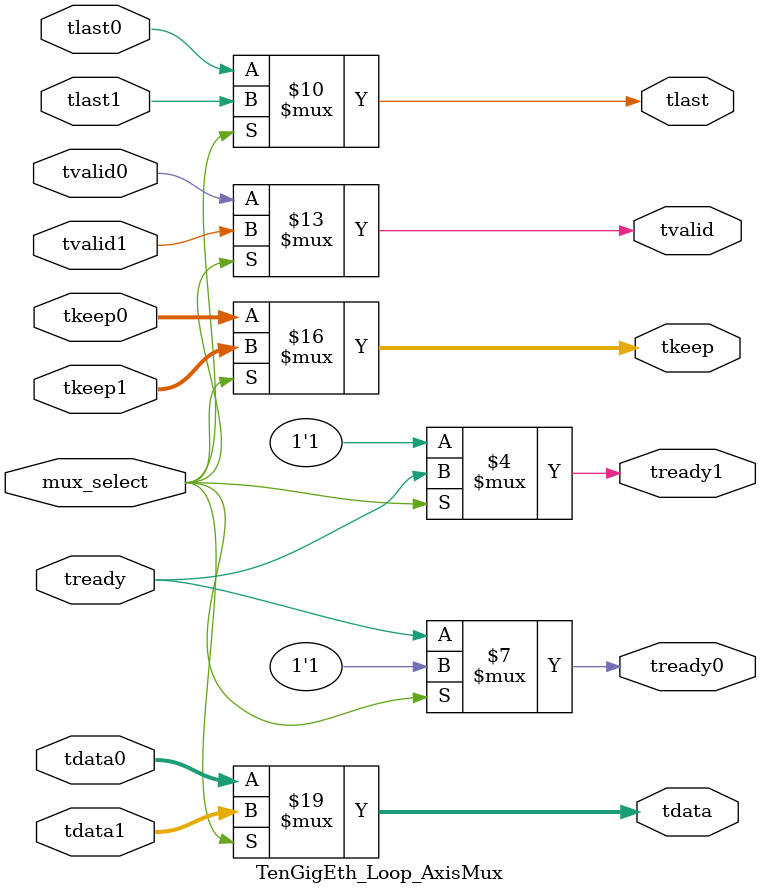
<source format=v>
/*******************************************************************************
 * Copyright 2016 -- 2021 IBM Corporation
 *
 * Licensed under the Apache License, Version 2.0 (the "License");
 * you may not use this file except in compliance with the License.
 * You may obtain a copy of the License at
 *
 *     http://www.apache.org/licenses/LICENSE-2.0
 *
 * Unless required by applicable law or agreed to in writing, software
 * distributed under the License is distributed on an "AS IS" BASIS,
 * WITHOUT WARRANTIES OR CONDITIONS OF ANY KIND, either express or implied.
 * See the License for the specific language governing permissions and
 * limitations under the License.
 *******************************************************************************/

//------------------------------------------------------------------------------
// Title      : AXI-Streaming MUX
// Project    : 10G Gigabit Ethernet
//------------------------------------------------------------------------------
// File       : tenGigEth_Loop_AxisMux.v
// Author     : FAB
// -----------------------------------------------------------------------------
// Description:  A simple AXI-Streaming MUX
//------------------------------------------------------------------------------

`timescale 1 ps/1 ps

// *****************************************************************************
// **  MODULE - AXI STREAMING MULTIPLEXER
// *****************************************************************************

module TenGigEth_Loop_AxisMux (

  //-- MUX Selector ------------------------------
  input                   mux_select,

  //-- MUX Inputs left ---------------------------
  input       [63:0]      tdata0,
  input       [7:0]       tkeep0,
  input                   tvalid0,
  input                   tlast0,
  output reg              tready0,

  //-- MUX Inputs Right --------------------------
  input       [63:0]      tdata1,
  input       [7:0]       tkeep1,
  input                   tvalid1,
  input                   tlast1,
  output reg              tready1,

  // -- Mux Outputs ------------------------------
  output reg  [63:0]      tdata,
  output reg  [7:0]       tkeep,
  output reg              tvalid,
  output reg              tlast,
  input                   tready
  
  );
  
// *****************************************************************************  
  
  
  //============================================================================
  //  PROC: DATA PATH MULTIPLEXER
  //============================================================================
  always @(mux_select or tdata0 or tvalid0 or tlast0 or tdata1 or tkeep0 or tkeep1 or
           tvalid1 or tlast1)
  begin
    if (mux_select) begin
      tdata    = tdata1;
      tkeep    = tkeep1;
      tvalid   = tvalid1;
      tlast    = tlast1;
    end
    else begin
      tdata    = tdata0;
      tkeep    = tkeep0;
      tvalid   = tvalid0;
      tlast    = tlast0;
    end
  end
  
  //============================================================================
  //  PROC: CTRL PATH MULTIPLEXER
  //============================================================================
  always @(mux_select or tready)
  begin
    if (mux_select) begin
      tready0  = 1'b1 ;
      tready1  = tready;
    end
    else begin
      tready0  = tready;
      tready1  = 1'b1 ;
    end
  end

endmodule

</source>
